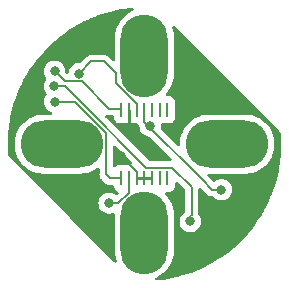
<source format=gbr>
%TF.GenerationSoftware,KiCad,Pcbnew,7.0.10*%
%TF.CreationDate,2024-01-07T23:47:08-08:00*%
%TF.ProjectId,AS5048B,41533530-3438-4422-9e6b-696361645f70,rev?*%
%TF.SameCoordinates,Original*%
%TF.FileFunction,Copper,L1,Top*%
%TF.FilePolarity,Positive*%
%FSLAX46Y46*%
G04 Gerber Fmt 4.6, Leading zero omitted, Abs format (unit mm)*
G04 Created by KiCad (PCBNEW 7.0.10) date 2024-01-07 23:47:08*
%MOMM*%
%LPD*%
G01*
G04 APERTURE LIST*
%TA.AperFunction,ComponentPad*%
%ADD10O,7.000000X4.000000*%
%TD*%
%TA.AperFunction,ComponentPad*%
%ADD11O,4.000000X7.000000*%
%TD*%
%TA.AperFunction,SMDPad,CuDef*%
%ADD12R,0.254000X1.308100*%
%TD*%
%TA.AperFunction,ViaPad*%
%ADD13C,0.800000*%
%TD*%
%TA.AperFunction,Conductor*%
%ADD14C,0.130000*%
%TD*%
%TA.AperFunction,Conductor*%
%ADD15C,0.250000*%
%TD*%
G04 APERTURE END LIST*
D10*
%TO.P,REF\u002A\u002A,1*%
%TO.N,N/C*%
X143000000Y-150000000D03*
D11*
X150000000Y-142500000D03*
X150000000Y-157500000D03*
D10*
X157000000Y-150000000D03*
%TD*%
D12*
%TO.P,Q1,1,SDA*%
%TO.N,/I2C*%
X148049999Y-152901950D03*
%TO.P,Q1,2,SCL*%
%TO.N,Net-(J1-Pin_3)*%
X148700000Y-152901950D03*
%TO.P,Q1,3,A2*%
%TO.N,GND*%
X149350001Y-152901950D03*
%TO.P,Q1,4,A1*%
X150000000Y-152901950D03*
%TO.P,Q1,5,TEST*%
X150649999Y-152901950D03*
%TO.P,Q1,6,TEST*%
%TO.N,unconnected-(Q1-TEST-Pad6)*%
X151300000Y-152901950D03*
%TO.P,Q1,7,TEST*%
%TO.N,unconnected-(Q1-TEST-Pad7)*%
X151949999Y-152901950D03*
%TO.P,Q1,8,TEST*%
%TO.N,unconnected-(Q1-TEST-Pad8)*%
X151950001Y-147098050D03*
%TO.P,Q1,9,TEST*%
%TO.N,unconnected-(Q1-TEST-Pad9)*%
X151300000Y-147098050D03*
%TO.P,Q1,10,TEST*%
%TO.N,unconnected-(Q1-TEST-Pad10)*%
X150650001Y-147098050D03*
%TO.P,Q1,11,VDD5V*%
%TO.N,+5V*%
X150000000Y-147098050D03*
%TO.P,Q1,12,VDD3V*%
%TO.N,Net-(Q1-VDD3V)*%
X149350001Y-147098050D03*
%TO.P,Q1,13,GND*%
%TO.N,GND*%
X148700000Y-147098050D03*
%TO.P,Q1,14,PWM*%
%TO.N,/PWM*%
X148050001Y-147098050D03*
%TD*%
D13*
%TO.N,Net-(J1-Pin_3)*%
X147000000Y-155000000D03*
%TO.N,GND*%
X145000000Y-155000000D03*
X143000000Y-142000000D03*
X157000000Y-157000000D03*
X155000000Y-145000000D03*
X148000000Y-151000000D03*
X150000000Y-150000000D03*
%TO.N,+5V*%
X150490162Y-148485863D03*
X156522563Y-153857306D03*
%TO.N,Net-(Q1-VDD3V)*%
X144481140Y-144029999D03*
%TO.N,Net-(J1-Pin_4)*%
X142378749Y-145095817D03*
X153874853Y-156548501D03*
%TO.N,/I2C*%
X142390521Y-146393094D03*
%TO.N,/PWM*%
X142390521Y-143839087D03*
%TD*%
D14*
%TO.N,Net-(J1-Pin_3)*%
X148700000Y-152901950D02*
X148700000Y-154096806D01*
X148700000Y-154096806D02*
X147796806Y-155000000D01*
X147796806Y-155000000D02*
X147000000Y-155000000D01*
D15*
%TO.N,GND*%
X148700000Y-147098050D02*
X148700000Y-148300000D01*
D14*
X148000000Y-151000000D02*
X149350001Y-152350001D01*
X149350001Y-152350001D02*
X149350001Y-152901950D01*
X149350001Y-152901950D02*
X150649999Y-152901950D01*
%TO.N,+5V*%
X155709924Y-153857306D02*
X154926309Y-153073691D01*
X150000000Y-148147381D02*
X150000000Y-147098050D01*
X154926309Y-153073691D02*
X150000000Y-148147381D01*
X156522563Y-153857306D02*
X155709924Y-153857306D01*
%TO.N,Net-(Q1-VDD3V)*%
X147580056Y-144006350D02*
X146573706Y-143000000D01*
X147580056Y-144801055D02*
X147580056Y-144006350D01*
X146573706Y-143000000D02*
X146000000Y-143000000D01*
X149350001Y-146571000D02*
X147580056Y-144801055D01*
X145511139Y-143000000D02*
X146000000Y-143000000D01*
X149350001Y-147098050D02*
X149350001Y-146571000D01*
X144481140Y-144029999D02*
X145511139Y-143000000D01*
%TO.N,Net-(J1-Pin_4)*%
X153874853Y-156548501D02*
X153874853Y-156125147D01*
X154000000Y-153640901D02*
X154000000Y-156000000D01*
X152341999Y-151982900D02*
X154000000Y-153640901D01*
X144426288Y-146256404D02*
X150152784Y-151982900D01*
X142378749Y-145095817D02*
X143265701Y-145095817D01*
X150152784Y-151982900D02*
X152341999Y-151982900D01*
X143265701Y-145095817D02*
X144426288Y-146256404D01*
X153874853Y-156125147D02*
X154000000Y-156000000D01*
%TO.N,/I2C*%
X144096288Y-146393094D02*
X142390521Y-146393094D01*
X146765000Y-149061806D02*
X144096288Y-146393094D01*
X148049999Y-152901950D02*
X147098050Y-152901950D01*
X146765000Y-152568900D02*
X146765000Y-149061806D01*
X147098050Y-152901950D02*
X146765000Y-152568900D01*
%TO.N,/PWM*%
X147000000Y-147000000D02*
X147951951Y-147000000D01*
X143246433Y-144694999D02*
X142390521Y-143839087D01*
X148050001Y-147098050D02*
X147982092Y-147165959D01*
X147000000Y-147000000D02*
X144694999Y-144694999D01*
X147951951Y-147000000D02*
X148050001Y-147098050D01*
X144694999Y-144694999D02*
X143246433Y-144694999D01*
%TD*%
%TA.AperFunction,Conductor*%
%TO.N,GND*%
G36*
X152515312Y-139985499D02*
G01*
X152554724Y-140012037D01*
X161509546Y-148966858D01*
X161543031Y-149028181D01*
X161545654Y-149047316D01*
X161573972Y-149532620D01*
X161573975Y-149532737D01*
X161573979Y-149532737D01*
X161580666Y-149649217D01*
X161580870Y-149656072D01*
X161581690Y-150060243D01*
X161581690Y-150060592D01*
X161581493Y-150311760D01*
X161581311Y-150318384D01*
X161560862Y-150695092D01*
X161560829Y-150695671D01*
X161544459Y-150973236D01*
X161543918Y-150979608D01*
X161503598Y-151343064D01*
X161503506Y-151343873D01*
X161469682Y-151631527D01*
X161468810Y-151637626D01*
X161409160Y-151992046D01*
X161408982Y-151993077D01*
X161357424Y-152284379D01*
X161356252Y-152290191D01*
X161277615Y-152636966D01*
X161277325Y-152638212D01*
X161208043Y-152929751D01*
X161206600Y-152935261D01*
X161109337Y-153274460D01*
X161108911Y-153275910D01*
X161022028Y-153565537D01*
X161020343Y-153570735D01*
X160904812Y-153902061D01*
X160904226Y-153903704D01*
X160799998Y-154189615D01*
X160798103Y-154194491D01*
X160664673Y-154517473D01*
X160663904Y-154519294D01*
X160542695Y-154799930D01*
X160540621Y-154804478D01*
X160389668Y-155118560D01*
X160388693Y-155120542D01*
X160250952Y-155394524D01*
X160248730Y-155398741D01*
X160080737Y-155703149D01*
X160079536Y-155705275D01*
X159925712Y-155971477D01*
X159923372Y-155975360D01*
X159738863Y-156269307D01*
X159737418Y-156271557D01*
X159568088Y-156528830D01*
X159565661Y-156532381D01*
X159365145Y-156815166D01*
X159363436Y-156817517D01*
X159179200Y-157064846D01*
X159176716Y-157068069D01*
X158960817Y-157338882D01*
X158958829Y-157341312D01*
X158760372Y-157577712D01*
X158757860Y-157580612D01*
X158527186Y-157838733D01*
X158524906Y-157841216D01*
X158312957Y-158065786D01*
X158310445Y-158068370D01*
X158065647Y-158313089D01*
X158063061Y-158315601D01*
X157838483Y-158527418D01*
X157836000Y-158529697D01*
X157577770Y-158760320D01*
X157574868Y-158762831D01*
X157338405Y-158961208D01*
X157335976Y-158963195D01*
X157065089Y-159179010D01*
X157061865Y-159181493D01*
X156814456Y-159365665D01*
X156812104Y-159367373D01*
X156529296Y-159567767D01*
X156525744Y-159570192D01*
X156268415Y-159739440D01*
X156266165Y-159740886D01*
X155972118Y-159925324D01*
X155968234Y-159927663D01*
X155702004Y-160081386D01*
X155699878Y-160082585D01*
X155395422Y-160250478D01*
X155391204Y-160252699D01*
X155117144Y-160390368D01*
X155115161Y-160391342D01*
X154801079Y-160542169D01*
X154796531Y-160544242D01*
X154515841Y-160665366D01*
X154514020Y-160666135D01*
X154190974Y-160799469D01*
X154186097Y-160801362D01*
X153900154Y-160905496D01*
X153898511Y-160906081D01*
X153567171Y-161021497D01*
X153561972Y-161023181D01*
X153272193Y-161110006D01*
X153270744Y-161110430D01*
X152931665Y-161207541D01*
X152926154Y-161208984D01*
X152634523Y-161278187D01*
X152633277Y-161278476D01*
X152286492Y-161356997D01*
X152280680Y-161358167D01*
X151989519Y-161409603D01*
X151988487Y-161409781D01*
X151633862Y-161469347D01*
X151627763Y-161470216D01*
X151340201Y-161503934D01*
X151339392Y-161504026D01*
X151048625Y-161536187D01*
X150979828Y-161523992D01*
X150928545Y-161476539D01*
X150911059Y-161408892D01*
X150932921Y-161342531D01*
X150987190Y-161298524D01*
X150989284Y-161297671D01*
X151066766Y-161266994D01*
X151342484Y-161115416D01*
X151597030Y-160930478D01*
X151826390Y-160715094D01*
X152026947Y-160472663D01*
X152195537Y-160207007D01*
X152329503Y-159922315D01*
X152426731Y-159623079D01*
X152485688Y-159314015D01*
X152494182Y-159179010D01*
X152500500Y-159078594D01*
X152500500Y-155921405D01*
X152485689Y-155685995D01*
X152485688Y-155685988D01*
X152485688Y-155685985D01*
X152426731Y-155376921D01*
X152329503Y-155077685D01*
X152195537Y-154792993D01*
X152093187Y-154631715D01*
X152026948Y-154527338D01*
X152026945Y-154527334D01*
X151826393Y-154284909D01*
X151826390Y-154284906D01*
X151811465Y-154270890D01*
X151776071Y-154210648D01*
X151778865Y-154140834D01*
X151818960Y-154083614D01*
X151883625Y-154057154D01*
X151896337Y-154056499D01*
X152124871Y-154056499D01*
X152184482Y-154050091D01*
X152319330Y-153999796D01*
X152434545Y-153913546D01*
X152520795Y-153798331D01*
X152571090Y-153663483D01*
X152577499Y-153603873D01*
X152577498Y-153317497D01*
X152597182Y-153250460D01*
X152649986Y-153204705D01*
X152719145Y-153194761D01*
X152782700Y-153223786D01*
X152789179Y-153229818D01*
X153398181Y-153838819D01*
X153431666Y-153900142D01*
X153434500Y-153926500D01*
X153434500Y-155692176D01*
X153414815Y-155759215D01*
X153383385Y-155792494D01*
X153268982Y-155875612D01*
X153142319Y-156016286D01*
X153047674Y-156180216D01*
X153047671Y-156180223D01*
X152989180Y-156360241D01*
X152989179Y-156360245D01*
X152969393Y-156548501D01*
X152989179Y-156736757D01*
X152989180Y-156736760D01*
X153047671Y-156916778D01*
X153047674Y-156916785D01*
X153142320Y-157080717D01*
X153268982Y-157221389D01*
X153422118Y-157332649D01*
X153422123Y-157332652D01*
X153595045Y-157409643D01*
X153595050Y-157409645D01*
X153780207Y-157449001D01*
X153780208Y-157449001D01*
X153969497Y-157449001D01*
X153969499Y-157449001D01*
X154154656Y-157409645D01*
X154327583Y-157332652D01*
X154480724Y-157221389D01*
X154607386Y-157080717D01*
X154702032Y-156916785D01*
X154760527Y-156736757D01*
X154780313Y-156548501D01*
X154760527Y-156360245D01*
X154702032Y-156180217D01*
X154607386Y-156016285D01*
X154597350Y-156005139D01*
X154567120Y-155942148D01*
X154565500Y-155922167D01*
X154565500Y-153811982D01*
X154585185Y-153744943D01*
X154637989Y-153699188D01*
X154707147Y-153689244D01*
X154770703Y-153718269D01*
X154777181Y-153724301D01*
X155278094Y-154225214D01*
X155288788Y-154237408D01*
X155306604Y-154260626D01*
X155374439Y-154312677D01*
X155393251Y-154327112D01*
X155393252Y-154327113D01*
X155424732Y-154351269D01*
X155424735Y-154351271D01*
X155493516Y-154379760D01*
X155562299Y-154408251D01*
X155690487Y-154425127D01*
X155709923Y-154427687D01*
X155709924Y-154427687D01*
X155709925Y-154427687D01*
X155738939Y-154423867D01*
X155755125Y-154422806D01*
X155764791Y-154422806D01*
X155831830Y-154442491D01*
X155856940Y-154463833D01*
X155905238Y-154517473D01*
X155916692Y-154530194D01*
X155916698Y-154530199D01*
X156069828Y-154641454D01*
X156069833Y-154641457D01*
X156242755Y-154718448D01*
X156242760Y-154718450D01*
X156427917Y-154757806D01*
X156427918Y-154757806D01*
X156617207Y-154757806D01*
X156617209Y-154757806D01*
X156802366Y-154718450D01*
X156975293Y-154641457D01*
X157128434Y-154530194D01*
X157255096Y-154389522D01*
X157349742Y-154225590D01*
X157408237Y-154045562D01*
X157428023Y-153857306D01*
X157408237Y-153669050D01*
X157349742Y-153489022D01*
X157255096Y-153325090D01*
X157128434Y-153184418D01*
X157121358Y-153179277D01*
X156975297Y-153073157D01*
X156975292Y-153073154D01*
X156802370Y-152996163D01*
X156802365Y-152996161D01*
X156656564Y-152965171D01*
X156617209Y-152956806D01*
X156427917Y-152956806D01*
X156395460Y-152963704D01*
X156242760Y-152996161D01*
X156242755Y-152996163D01*
X156069833Y-153073154D01*
X156069829Y-153073157D01*
X155956081Y-153155798D01*
X155890274Y-153179277D01*
X155822221Y-153163451D01*
X155795516Y-153143160D01*
X155364537Y-152712181D01*
X155331052Y-152650858D01*
X155336036Y-152581166D01*
X155377908Y-152525233D01*
X155443372Y-152500816D01*
X155452218Y-152500500D01*
X158578594Y-152500500D01*
X158814004Y-152485689D01*
X158814007Y-152485688D01*
X158814015Y-152485688D01*
X159123079Y-152426731D01*
X159422315Y-152329503D01*
X159707007Y-152195537D01*
X159972663Y-152026947D01*
X160215094Y-151826390D01*
X160430478Y-151597030D01*
X160615416Y-151342484D01*
X160766994Y-151066766D01*
X160778832Y-151036868D01*
X160882818Y-150774228D01*
X160882819Y-150774225D01*
X160961065Y-150469476D01*
X160961066Y-150469473D01*
X160998641Y-150172035D01*
X161000499Y-150157329D01*
X161000500Y-150157316D01*
X161000500Y-149842683D01*
X161000499Y-149842670D01*
X160961067Y-149530536D01*
X160961065Y-149530523D01*
X160882819Y-149225774D01*
X160882818Y-149225771D01*
X160766998Y-148933242D01*
X160766997Y-148933241D01*
X160766996Y-148933239D01*
X160766994Y-148933234D01*
X160615416Y-148657516D01*
X160615410Y-148657509D01*
X160615408Y-148657504D01*
X160430484Y-148402978D01*
X160430476Y-148402968D01*
X160251549Y-148212430D01*
X160215094Y-148173610D01*
X160215092Y-148173608D01*
X160215090Y-148173606D01*
X159972665Y-147973054D01*
X159972661Y-147973051D01*
X159707009Y-147804464D01*
X159707003Y-147804461D01*
X159422321Y-147670499D01*
X159422316Y-147670497D01*
X159123083Y-147573270D01*
X159123080Y-147573269D01*
X159123079Y-147573269D01*
X158968547Y-147543790D01*
X158814011Y-147514311D01*
X158814004Y-147514310D01*
X158578594Y-147499500D01*
X158578583Y-147499500D01*
X155421417Y-147499500D01*
X155421406Y-147499500D01*
X155185995Y-147514310D01*
X155185988Y-147514311D01*
X154917648Y-147565500D01*
X154892061Y-147570381D01*
X154876916Y-147573270D01*
X154577683Y-147670497D01*
X154577678Y-147670499D01*
X154292996Y-147804461D01*
X154292990Y-147804464D01*
X154027338Y-147973051D01*
X154027334Y-147973054D01*
X153784909Y-148173606D01*
X153784907Y-148173608D01*
X153569523Y-148402968D01*
X153569515Y-148402978D01*
X153384591Y-148657504D01*
X153384584Y-148657516D01*
X153233002Y-148933241D01*
X153233001Y-148933242D01*
X153117181Y-149225771D01*
X153117180Y-149225774D01*
X153038934Y-149530523D01*
X153038932Y-149530536D01*
X152999500Y-149842670D01*
X152999500Y-150047782D01*
X152979815Y-150114821D01*
X152927011Y-150160576D01*
X152857853Y-150170520D01*
X152794297Y-150141495D01*
X152787819Y-150135463D01*
X151412963Y-148760607D01*
X151379478Y-148699284D01*
X151377323Y-148659968D01*
X151395622Y-148485863D01*
X151385195Y-148386654D01*
X151397763Y-148317930D01*
X151445495Y-148266905D01*
X151495261Y-148250407D01*
X151534483Y-148246191D01*
X151556143Y-148238112D01*
X151581666Y-148228593D01*
X151651357Y-148223608D01*
X151668327Y-148228590D01*
X151706761Y-148242925D01*
X151715512Y-148246189D01*
X151715518Y-148246191D01*
X151775128Y-148252600D01*
X152124873Y-148252599D01*
X152184484Y-148246191D01*
X152319332Y-148195896D01*
X152434547Y-148109646D01*
X152520797Y-147994431D01*
X152571092Y-147859583D01*
X152577501Y-147799973D01*
X152577500Y-146396128D01*
X152571092Y-146336517D01*
X152521977Y-146204834D01*
X152520798Y-146201671D01*
X152520794Y-146201664D01*
X152434548Y-146086455D01*
X152434545Y-146086452D01*
X152319336Y-146000206D01*
X152319329Y-146000202D01*
X152184487Y-145949910D01*
X152184486Y-145949909D01*
X152184484Y-145949909D01*
X152124874Y-145943500D01*
X152124865Y-145943500D01*
X151896349Y-145943500D01*
X151829310Y-145923815D01*
X151783555Y-145871011D01*
X151773611Y-145801853D01*
X151802636Y-145738297D01*
X151811451Y-145729122D01*
X151826390Y-145715094D01*
X152026947Y-145472663D01*
X152195537Y-145207007D01*
X152329503Y-144922315D01*
X152426731Y-144623079D01*
X152485688Y-144314015D01*
X152485689Y-144314004D01*
X152500500Y-144078594D01*
X152500500Y-140921405D01*
X152485689Y-140685995D01*
X152485688Y-140685988D01*
X152485688Y-140685985D01*
X152426731Y-140376921D01*
X152349111Y-140138035D01*
X152347117Y-140068195D01*
X152383197Y-140008362D01*
X152445898Y-139977534D01*
X152515312Y-139985499D01*
G37*
%TD.AperFunction*%
%TA.AperFunction,Conductor*%
G36*
X149020398Y-138475885D02*
G01*
X149071696Y-138523322D01*
X149089204Y-138590963D01*
X149067364Y-138657331D01*
X149013109Y-138701356D01*
X149010917Y-138702248D01*
X148933239Y-138733003D01*
X148657516Y-138884584D01*
X148657504Y-138884591D01*
X148402978Y-139069515D01*
X148402968Y-139069523D01*
X148173608Y-139284907D01*
X148173606Y-139284909D01*
X147973054Y-139527334D01*
X147973051Y-139527338D01*
X147804464Y-139792990D01*
X147804461Y-139792996D01*
X147670499Y-140077678D01*
X147670497Y-140077683D01*
X147573270Y-140376916D01*
X147514311Y-140685988D01*
X147514310Y-140685995D01*
X147499500Y-140921405D01*
X147499500Y-142826694D01*
X147479815Y-142893733D01*
X147427011Y-142939488D01*
X147357853Y-142949432D01*
X147294297Y-142920407D01*
X147287819Y-142914375D01*
X147005535Y-142632091D01*
X146994840Y-142619896D01*
X146977026Y-142596680D01*
X146858896Y-142506036D01*
X146858894Y-142506035D01*
X146721331Y-142449054D01*
X146573707Y-142429619D01*
X146573705Y-142429619D01*
X146544691Y-142433439D01*
X146528505Y-142434500D01*
X145556340Y-142434500D01*
X145540154Y-142433439D01*
X145511140Y-142429619D01*
X145511138Y-142429619D01*
X145363513Y-142449055D01*
X145225948Y-142506035D01*
X145107821Y-142596677D01*
X145089998Y-142619903D01*
X145079307Y-142632092D01*
X144618220Y-143093180D01*
X144556897Y-143126665D01*
X144530539Y-143129499D01*
X144386494Y-143129499D01*
X144381451Y-143130571D01*
X144201337Y-143168854D01*
X144201332Y-143168856D01*
X144028410Y-143245847D01*
X144028405Y-143245850D01*
X143875269Y-143357110D01*
X143748606Y-143497784D01*
X143653961Y-143661714D01*
X143653958Y-143661721D01*
X143595467Y-143841739D01*
X143595466Y-143841743D01*
X143584355Y-143947462D01*
X143557770Y-144012076D01*
X143500473Y-144052061D01*
X143430654Y-144054721D01*
X143373353Y-144022181D01*
X143327748Y-143976576D01*
X143294263Y-143915253D01*
X143292108Y-143875933D01*
X143295981Y-143839087D01*
X143276195Y-143650831D01*
X143217700Y-143470803D01*
X143123054Y-143306871D01*
X142996392Y-143166199D01*
X142996391Y-143166198D01*
X142843255Y-143054938D01*
X142843250Y-143054935D01*
X142670328Y-142977944D01*
X142670323Y-142977942D01*
X142524522Y-142946952D01*
X142485167Y-142938587D01*
X142295875Y-142938587D01*
X142263418Y-142945485D01*
X142110718Y-142977942D01*
X142110713Y-142977944D01*
X141937791Y-143054935D01*
X141937786Y-143054938D01*
X141784650Y-143166198D01*
X141657987Y-143306872D01*
X141563342Y-143470802D01*
X141563339Y-143470809D01*
X141520772Y-143601819D01*
X141504847Y-143650831D01*
X141485061Y-143839087D01*
X141504847Y-144027343D01*
X141505710Y-144029998D01*
X141563339Y-144207364D01*
X141563342Y-144207371D01*
X141657987Y-144371302D01*
X141663965Y-144377941D01*
X141694195Y-144440932D01*
X141685571Y-144510268D01*
X141663969Y-144543883D01*
X141646217Y-144563599D01*
X141646213Y-144563604D01*
X141551570Y-144727532D01*
X141551567Y-144727539D01*
X141493076Y-144907557D01*
X141493075Y-144907561D01*
X141473289Y-145095817D01*
X141493075Y-145284073D01*
X141493076Y-145284076D01*
X141551567Y-145464094D01*
X141551570Y-145464101D01*
X141646215Y-145628032D01*
X141682220Y-145668020D01*
X141712450Y-145731012D01*
X141703824Y-145800347D01*
X141682221Y-145833963D01*
X141657991Y-145860872D01*
X141657986Y-145860879D01*
X141563342Y-146024809D01*
X141563339Y-146024816D01*
X141505876Y-146201671D01*
X141504847Y-146204838D01*
X141485061Y-146393094D01*
X141504847Y-146581350D01*
X141504848Y-146581353D01*
X141563339Y-146761371D01*
X141563342Y-146761378D01*
X141657988Y-146925310D01*
X141705682Y-146978279D01*
X141784650Y-147065982D01*
X141937786Y-147177242D01*
X141937791Y-147177245D01*
X142110713Y-147254236D01*
X142110714Y-147254236D01*
X142110718Y-147254238D01*
X142110721Y-147254238D01*
X142116895Y-147256245D01*
X142116516Y-147257411D01*
X142172068Y-147287403D01*
X142205844Y-147348566D01*
X142201190Y-147418281D01*
X142159585Y-147474413D01*
X142094238Y-147499141D01*
X142084804Y-147499500D01*
X141421406Y-147499500D01*
X141185995Y-147514310D01*
X141185988Y-147514311D01*
X140917648Y-147565500D01*
X140892061Y-147570381D01*
X140876916Y-147573270D01*
X140577683Y-147670497D01*
X140577678Y-147670499D01*
X140292996Y-147804461D01*
X140292990Y-147804464D01*
X140027338Y-147973051D01*
X140027334Y-147973054D01*
X139784909Y-148173606D01*
X139784907Y-148173608D01*
X139569523Y-148402968D01*
X139569515Y-148402978D01*
X139384591Y-148657504D01*
X139384584Y-148657516D01*
X139233002Y-148933241D01*
X139233001Y-148933242D01*
X139117181Y-149225771D01*
X139117180Y-149225774D01*
X139038934Y-149530523D01*
X139038932Y-149530536D01*
X138999500Y-149842670D01*
X138999500Y-150157329D01*
X139038932Y-150469463D01*
X139038934Y-150469476D01*
X139117180Y-150774225D01*
X139117181Y-150774228D01*
X139233001Y-151066757D01*
X139233002Y-151066758D01*
X139233004Y-151066763D01*
X139233006Y-151066766D01*
X139384584Y-151342484D01*
X139384586Y-151342488D01*
X139384591Y-151342495D01*
X139569515Y-151597021D01*
X139569522Y-151597030D01*
X139710433Y-151747084D01*
X139784907Y-151826391D01*
X139784909Y-151826393D01*
X140027334Y-152026945D01*
X140027338Y-152026948D01*
X140237648Y-152160414D01*
X140292993Y-152195537D01*
X140394930Y-152243505D01*
X140577678Y-152329500D01*
X140577682Y-152329501D01*
X140577685Y-152329503D01*
X140876921Y-152426731D01*
X141185985Y-152485688D01*
X141185990Y-152485688D01*
X141185995Y-152485689D01*
X141421406Y-152500500D01*
X141421417Y-152500500D01*
X144578594Y-152500500D01*
X144814004Y-152485689D01*
X144814007Y-152485688D01*
X144814015Y-152485688D01*
X145123079Y-152426731D01*
X145422315Y-152329503D01*
X145707007Y-152195537D01*
X145972663Y-152026947D01*
X145996461Y-152007259D01*
X146060659Y-151979694D01*
X146129573Y-151991214D01*
X146181318Y-152038162D01*
X146199500Y-152102803D01*
X146199500Y-152523698D01*
X146198439Y-152539883D01*
X146194619Y-152568898D01*
X146194619Y-152568900D01*
X146211884Y-152700033D01*
X146211885Y-152700038D01*
X146214054Y-152716524D01*
X146271034Y-152854087D01*
X146271035Y-152854089D01*
X146271036Y-152854090D01*
X146361680Y-152972220D01*
X146384896Y-152990034D01*
X146397091Y-153000729D01*
X146666220Y-153269858D01*
X146676914Y-153282052D01*
X146694730Y-153305270D01*
X146764599Y-153358882D01*
X146812860Y-153395914D01*
X146950425Y-153452895D01*
X147078613Y-153469771D01*
X147098049Y-153472331D01*
X147098050Y-153472331D01*
X147098051Y-153472331D01*
X147127065Y-153468511D01*
X147143251Y-153467450D01*
X147298500Y-153467450D01*
X147365539Y-153487135D01*
X147411294Y-153539939D01*
X147422500Y-153591450D01*
X147422500Y-153603876D01*
X147428907Y-153663483D01*
X147479201Y-153798328D01*
X147479205Y-153798335D01*
X147565451Y-153913544D01*
X147565454Y-153913547D01*
X147680663Y-153999793D01*
X147680670Y-153999797D01*
X147730480Y-154018375D01*
X147786414Y-154060246D01*
X147810831Y-154125710D01*
X147795980Y-154193983D01*
X147774828Y-154222238D01*
X147717874Y-154279192D01*
X147656551Y-154312677D01*
X147586859Y-154307693D01*
X147557308Y-154291829D01*
X147452734Y-154215851D01*
X147452729Y-154215848D01*
X147279807Y-154138857D01*
X147279802Y-154138855D01*
X147134001Y-154107865D01*
X147094646Y-154099500D01*
X146905354Y-154099500D01*
X146872897Y-154106398D01*
X146720197Y-154138855D01*
X146720192Y-154138857D01*
X146547270Y-154215848D01*
X146547265Y-154215851D01*
X146394129Y-154327111D01*
X146267466Y-154467785D01*
X146172821Y-154631715D01*
X146172818Y-154631722D01*
X146116687Y-154804478D01*
X146114326Y-154811744D01*
X146094540Y-155000000D01*
X146114326Y-155188256D01*
X146114327Y-155188259D01*
X146172818Y-155368277D01*
X146172821Y-155368284D01*
X146267467Y-155532216D01*
X146394129Y-155672888D01*
X146547265Y-155784148D01*
X146547270Y-155784151D01*
X146720192Y-155861142D01*
X146720197Y-155861144D01*
X146905354Y-155900500D01*
X146905355Y-155900500D01*
X147094644Y-155900500D01*
X147094646Y-155900500D01*
X147279803Y-155861144D01*
X147325065Y-155840991D01*
X147394312Y-155831706D01*
X147457589Y-155861334D01*
X147494804Y-155920468D01*
X147499500Y-155954271D01*
X147499500Y-159078594D01*
X147514310Y-159314004D01*
X147514311Y-159314011D01*
X147573270Y-159623083D01*
X147652533Y-159867030D01*
X147654528Y-159936871D01*
X147618447Y-159996704D01*
X147555746Y-160027532D01*
X147486332Y-160019567D01*
X147446921Y-159993029D01*
X143725449Y-156271557D01*
X138490761Y-151036868D01*
X138457276Y-150975545D01*
X138454656Y-150956460D01*
X138426082Y-150469473D01*
X138419444Y-150354492D01*
X138419241Y-150347723D01*
X138418289Y-149943263D01*
X138418405Y-149691939D01*
X138418582Y-149685420D01*
X138438925Y-149308395D01*
X138455230Y-149030437D01*
X138455760Y-149024166D01*
X138496034Y-148660055D01*
X138529788Y-148372189D01*
X138530645Y-148366175D01*
X138590254Y-148011294D01*
X138590346Y-148010760D01*
X138641839Y-147719275D01*
X138642993Y-147713543D01*
X138721591Y-147366421D01*
X138721750Y-147365734D01*
X138791026Y-147073794D01*
X138792440Y-147068396D01*
X138889613Y-146729097D01*
X138889992Y-146727805D01*
X138976842Y-146437948D01*
X138978470Y-146432919D01*
X139093979Y-146101311D01*
X139094445Y-146100002D01*
X139198658Y-145813843D01*
X139200499Y-145809098D01*
X139333950Y-145485771D01*
X139334564Y-145484316D01*
X139455770Y-145203434D01*
X139457813Y-145198953D01*
X139608745Y-144884654D01*
X139609543Y-144883030D01*
X139747350Y-144608696D01*
X139749469Y-144604672D01*
X139917455Y-144300044D01*
X139918530Y-144298139D01*
X140072396Y-144031661D01*
X140074635Y-144027944D01*
X140259190Y-143733710D01*
X140260476Y-143731710D01*
X140429853Y-143474184D01*
X140432183Y-143470770D01*
X140632733Y-143187744D01*
X140634227Y-143185687D01*
X140818554Y-142938068D01*
X140820936Y-142934975D01*
X141036852Y-142663961D01*
X141038790Y-142661593D01*
X141237234Y-142425052D01*
X141239585Y-142422334D01*
X141470332Y-142163963D01*
X141472512Y-142161588D01*
X141684526Y-141936803D01*
X141686809Y-141934453D01*
X141931705Y-141689477D01*
X141934137Y-141687113D01*
X142158858Y-141475021D01*
X142161185Y-141472885D01*
X142419463Y-141242071D01*
X142422209Y-141239692D01*
X142658803Y-141041073D01*
X142660997Y-141039278D01*
X142931997Y-140823229D01*
X142935085Y-140820848D01*
X143182561Y-140636503D01*
X143184750Y-140634912D01*
X143467687Y-140434288D01*
X143471059Y-140431984D01*
X143728593Y-140262481D01*
X143730589Y-140261200D01*
X144024688Y-140076595D01*
X144028471Y-140074315D01*
X144294902Y-139920360D01*
X144296666Y-139919363D01*
X144601317Y-139751235D01*
X144605414Y-139749077D01*
X144879571Y-139611248D01*
X144881327Y-139610384D01*
X145195556Y-139459360D01*
X145200014Y-139457327D01*
X145480932Y-139335997D01*
X145482325Y-139335409D01*
X145805552Y-139201877D01*
X145810340Y-139200016D01*
X146096440Y-139095719D01*
X146097783Y-139095240D01*
X146429319Y-138979636D01*
X146434418Y-138977983D01*
X146724212Y-138891050D01*
X146725378Y-138890707D01*
X147064751Y-138793394D01*
X147070233Y-138791958D01*
X147362140Y-138722590D01*
X147362707Y-138722458D01*
X147709860Y-138643735D01*
X147715567Y-138642584D01*
X148007171Y-138590972D01*
X148007622Y-138590894D01*
X148362419Y-138531181D01*
X148368427Y-138530322D01*
X148656397Y-138496460D01*
X148951601Y-138463712D01*
X149020398Y-138475885D01*
G37*
%TD.AperFunction*%
%TA.AperFunction,Conductor*%
G36*
X150615539Y-152794635D02*
G01*
X150661294Y-152847439D01*
X150672500Y-152898950D01*
X150672500Y-152904950D01*
X150652815Y-152971989D01*
X150600011Y-153017744D01*
X150548500Y-153028950D01*
X149451499Y-153028950D01*
X149384460Y-153009265D01*
X149338705Y-152956461D01*
X149327499Y-152904950D01*
X149327499Y-152898950D01*
X149347184Y-152831911D01*
X149399988Y-152786156D01*
X149451499Y-152774950D01*
X150548500Y-152774950D01*
X150615539Y-152794635D01*
G37*
%TD.AperFunction*%
%TA.AperFunction,Conductor*%
G36*
X147535703Y-150166003D02*
G01*
X147542181Y-150172035D01*
X148905865Y-151535719D01*
X148939350Y-151597042D01*
X148934366Y-151666734D01*
X148892494Y-151722667D01*
X148827030Y-151747084D01*
X148818184Y-151747400D01*
X148525130Y-151747400D01*
X148525123Y-151747401D01*
X148465518Y-151753808D01*
X148418330Y-151771408D01*
X148348638Y-151776391D01*
X148331666Y-151771407D01*
X148284485Y-151753810D01*
X148284484Y-151753809D01*
X148284482Y-151753809D01*
X148224872Y-151747400D01*
X148224862Y-151747400D01*
X147875129Y-151747400D01*
X147875122Y-151747401D01*
X147815515Y-151753808D01*
X147680670Y-151804102D01*
X147680663Y-151804106D01*
X147565454Y-151890352D01*
X147553766Y-151905966D01*
X147497832Y-151947836D01*
X147428140Y-151952820D01*
X147366818Y-151919334D01*
X147333333Y-151858010D01*
X147330500Y-151831654D01*
X147330500Y-150259716D01*
X147350185Y-150192677D01*
X147402989Y-150146922D01*
X147472147Y-150136978D01*
X147535703Y-150166003D01*
G37*
%TD.AperFunction*%
%TA.AperFunction,Conductor*%
G36*
X146846127Y-147549270D02*
G01*
X146852371Y-147550943D01*
X146852375Y-147550945D01*
X146950791Y-147563902D01*
X146999999Y-147570381D01*
X147000000Y-147570381D01*
X147000001Y-147570381D01*
X147029015Y-147566561D01*
X147045201Y-147565500D01*
X147298502Y-147565500D01*
X147365541Y-147585185D01*
X147411296Y-147637989D01*
X147422502Y-147689500D01*
X147422502Y-147799976D01*
X147428909Y-147859583D01*
X147479203Y-147994428D01*
X147479207Y-147994435D01*
X147565453Y-148109644D01*
X147565456Y-148109647D01*
X147680665Y-148195893D01*
X147680672Y-148195897D01*
X147725000Y-148212430D01*
X147815518Y-148246191D01*
X147875128Y-148252600D01*
X148224873Y-148252599D01*
X148284484Y-148246191D01*
X148332383Y-148228325D01*
X148402072Y-148223340D01*
X148419051Y-148228326D01*
X148465624Y-148245697D01*
X148465627Y-148245698D01*
X148525155Y-148252099D01*
X148525172Y-148252100D01*
X148573000Y-148252100D01*
X148573000Y-148099550D01*
X148592685Y-148032511D01*
X148597711Y-148025268D01*
X148600724Y-148021244D01*
X148656646Y-147979367D01*
X148726337Y-147974370D01*
X148787666Y-148007844D01*
X148799262Y-148021224D01*
X148802262Y-148025231D01*
X148826683Y-148090694D01*
X148827000Y-148099548D01*
X148827000Y-148252100D01*
X148874828Y-148252100D01*
X148874844Y-148252099D01*
X148934372Y-148245698D01*
X148934375Y-148245697D01*
X148980949Y-148228326D01*
X149050640Y-148223340D01*
X149067618Y-148228326D01*
X149115509Y-148246188D01*
X149115512Y-148246189D01*
X149115518Y-148246191D01*
X149175128Y-148252600D01*
X149348635Y-148252599D01*
X149415674Y-148272283D01*
X149461429Y-148325087D01*
X149463196Y-148329146D01*
X149506036Y-148432571D01*
X149569407Y-148515159D01*
X149594352Y-148577682D01*
X149604488Y-148674119D01*
X149604489Y-148674122D01*
X149662980Y-148854140D01*
X149662983Y-148854147D01*
X149757629Y-149018079D01*
X149786952Y-149050645D01*
X149884291Y-149158751D01*
X150037427Y-149270011D01*
X150037432Y-149270014D01*
X150210354Y-149347005D01*
X150210359Y-149347007D01*
X150395516Y-149386363D01*
X150395529Y-149386363D01*
X150400709Y-149386908D01*
X150465323Y-149413492D01*
X150475429Y-149422548D01*
X152258600Y-151205719D01*
X152292085Y-151267042D01*
X152287101Y-151336734D01*
X152245229Y-151392667D01*
X152179765Y-151417084D01*
X152170919Y-151417400D01*
X150438384Y-151417400D01*
X150371345Y-151397715D01*
X150350703Y-151381081D01*
X146726346Y-147756724D01*
X146692861Y-147695401D01*
X146697845Y-147625709D01*
X146739717Y-147569776D01*
X146805181Y-147545359D01*
X146846127Y-147549270D01*
G37*
%TD.AperFunction*%
%TD*%
M02*

</source>
